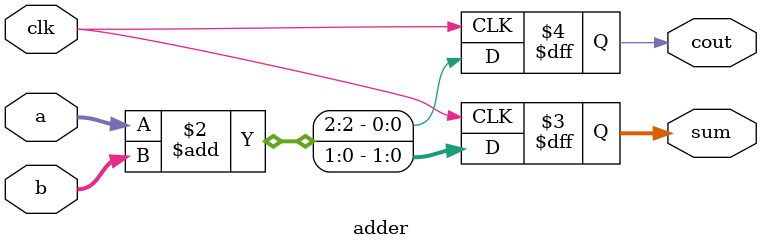
<source format=v>

module adder (cout, a,b,sum,clk);

input clk;
input [1:0]a,b;
output reg [1:0] sum;

output reg cout;

always @(posedge clk)
begin 
	{cout,sum} <= a+b;
end
endmodule

</source>
